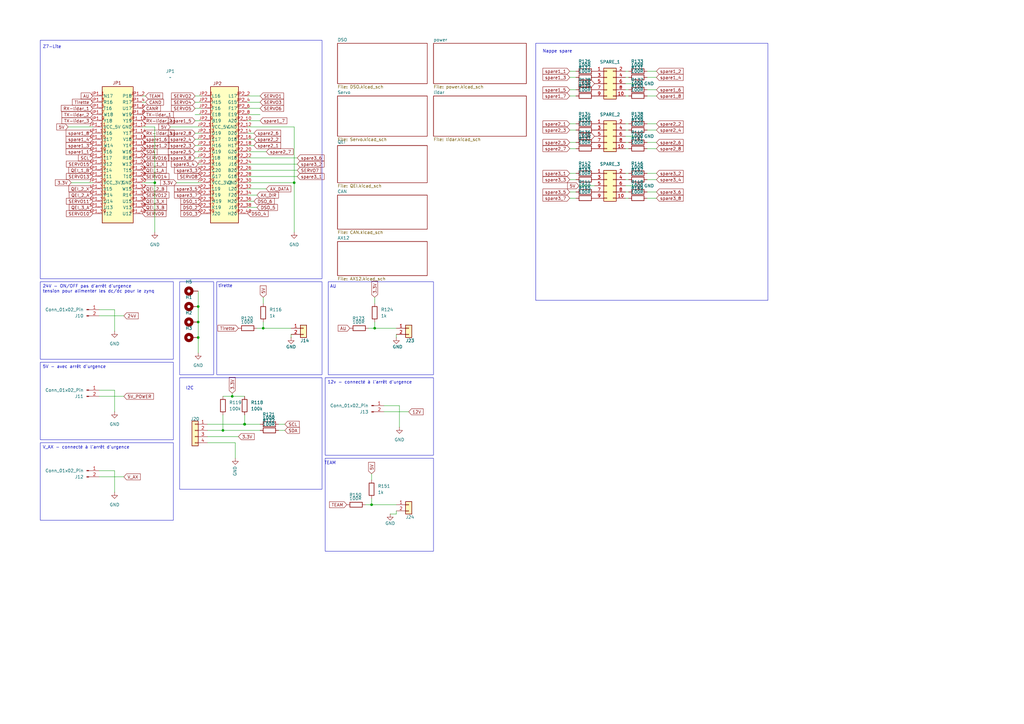
<source format=kicad_sch>
(kicad_sch (version 20231120) (generator "eeschema") (generator_version "8.0")
  (paper "A3")
  (lib_symbols
    (symbol "Connector:Conn_01x02_Pin" (pin_names (offset 1.016) hide)
      (property "Reference" "J" (at 0 2.54 0))
      (property "Value" "Conn_01x02_Pin" (at 0 -5.08 0))
      (symbol "Conn_01x02_Pin_1_1"
        (polyline (pts (xy 1.27 -2.54) (xy 0.8636 -2.54)) (stroke (width 0.1524)))
        (polyline (pts (xy 1.27 0) (xy 0.8636 0)) (stroke (width 0.1524)))
        (rectangle (start 0.8636 -2.413) (end 0 -2.667) (stroke (width 0.1524)) (fill (type outline)))
        (rectangle (start 0.8636 0.127) (end 0 -0.127) (stroke (width 0.1524)) (fill (type outline)))
        (pin passive line (at 5.08 0 180) (length 3.81) (name "Pin_1") (number "1"))
        (pin passive line (at 5.08 -2.54 180) (length 3.81) (name "Pin_2") (number "2"))
      )
    )
    (symbol "Connector_Generic:Conn_01x02" (pin_names (offset 1.016) hide)
      (property "Reference" "J" (at 0 2.54 0))
      (property "Value" "Conn_01x02" (at 0 -5.08 0))
      (symbol "Conn_01x02_1_1"
        (rectangle (start -1.27 -2.413) (end 0 -2.667) (stroke (width 0.1524)))
        (rectangle (start -1.27 0.127) (end 0 -0.127) (stroke (width 0.1524)))
        (rectangle (start -1.27 1.27) (end 1.27 -3.81) (stroke (width 0.254)) (fill (type background)))
        (pin passive line (at -5.08 0 0) (length 3.81) (name "Pin_1") (number "1"))
        (pin passive line (at -5.08 -2.54 0) (length 3.81) (name "Pin_2") (number "2"))
      )
    )
    (symbol "Connector_Generic:Conn_01x04" (pin_names (offset 1.016) hide)
      (property "Reference" "J" (at 0 5.08 0))
      (property "Value" "Conn_01x04" (at 0 -7.62 0))
      (symbol "Conn_01x04_1_1"
        (rectangle (start -1.27 -4.953) (end 0 -5.207) (stroke (width 0.1524)))
        (rectangle (start -1.27 -2.413) (end 0 -2.667) (stroke (width 0.1524)))
        (rectangle (start -1.27 0.127) (end 0 -0.127) (stroke (width 0.1524)))
        (rectangle (start -1.27 2.667) (end 0 2.413) (stroke (width 0.1524)))
        (rectangle (start -1.27 3.81) (end 1.27 -6.35) (stroke (width 0.254)) (fill (type background)))
        (pin passive line (at -5.08 2.54 0) (length 3.81) (name "Pin_1") (number "1"))
        (pin passive line (at -5.08 0 0) (length 3.81) (name "Pin_2") (number "2"))
        (pin passive line (at -5.08 -2.54 0) (length 3.81) (name "Pin_3") (number "3"))
        (pin passive line (at -5.08 -5.08 0) (length 3.81) (name "Pin_4") (number "4"))
      )
    )
    (symbol "Connector_Generic:Conn_02x05_Odd_Even" (pin_names (offset 1.016) hide)
      (property "Reference" "J" (at 1.27 7.62 0))
      (property "Value" "Conn_02x05_Odd_Even" (at 1.27 -7.62 0))
      (symbol "Conn_02x05_Odd_Even_1_1"
        (rectangle (start -1.27 -4.953) (end 0 -5.207) (stroke (width 0.1524)))
        (rectangle (start -1.27 -2.413) (end 0 -2.667) (stroke (width 0.1524)))
        (rectangle (start -1.27 0.127) (end 0 -0.127) (stroke (width 0.1524)))
        (rectangle (start -1.27 2.667) (end 0 2.413) (stroke (width 0.1524)))
        (rectangle (start -1.27 5.207) (end 0 4.953) (stroke (width 0.1524)))
        (rectangle (start -1.27 6.35) (end 3.81 -6.35) (stroke (width 0.254)) (fill (type background)))
        (rectangle (start 3.81 -4.953) (end 2.54 -5.207) (stroke (width 0.1524)))
        (rectangle (start 3.81 -2.413) (end 2.54 -2.667) (stroke (width 0.1524)))
        (rectangle (start 3.81 0.127) (end 2.54 -0.127) (stroke (width 0.1524)))
        (rectangle (start 3.81 2.667) (end 2.54 2.413) (stroke (width 0.1524)))
        (rectangle (start 3.81 5.207) (end 2.54 4.953) (stroke (width 0.1524)))
        (pin passive line (at -5.08 5.08 0) (length 3.81) (name "Pin_1") (number "1"))
        (pin passive line (at 7.62 -5.08 180) (length 3.81) (name "Pin_10") (number "10"))
        (pin passive line (at 7.62 5.08 180) (length 3.81) (name "Pin_2") (number "2"))
        (pin passive line (at -5.08 2.54 0) (length 3.81) (name "Pin_3") (number "3"))
        (pin passive line (at 7.62 2.54 180) (length 3.81) (name "Pin_4") (number "4"))
        (pin passive line (at -5.08 0 0) (length 3.81) (name "Pin_5") (number "5"))
        (pin passive line (at 7.62 0 180) (length 3.81) (name "Pin_6") (number "6"))
        (pin passive line (at -5.08 -2.54 0) (length 3.81) (name "Pin_7") (number "7"))
        (pin passive line (at 7.62 -2.54 180) (length 3.81) (name "Pin_8") (number "8"))
        (pin passive line (at -5.08 -5.08 0) (length 3.81) (name "Pin_9") (number "9"))
      )
    )
    (symbol "Device:R" (pin_numbers hide) (pin_names (offset 0))
      (property "Reference" "R" (at 2.032 0 90))
      (property "Value" "R" (at 0 0 90))
      (symbol "R_0_1"
        (rectangle (start -1.016 -2.54) (end 1.016 2.54) (stroke (width 0.254)))
      )
      (symbol "R_1_1"
        (pin passive line (at 0 3.81 270) (length 1.27) (name "~") (number "1"))
        (pin passive line (at 0 -3.81 90) (length 1.27) (name "~") (number "2"))
      )
    )
    (symbol "Mechanical:MountingHole_Pad" (pin_numbers hide) (pin_names (offset 1.016) hide) (exclude_from_sim yes) (in_bom no)
      (property "Reference" "H" (at 0 6.35 0))
      (property "Value" "MountingHole_Pad" (at 0 4.445 0))
      (symbol "MountingHole_Pad_0_1"
        (circle (center 0 1.27) (radius 1.27) (stroke (width 1.27)))
      )
      (symbol "MountingHole_Pad_1_1"
        (pin input line (at 0 -2.54 90) (length 2.54) (name "1") (number "1"))
      )
    )
    (symbol "Z7-Lite:Z7-Lite"
      (property "Reference" "JP1" (at 30.48 53.34 0))
      (property "Value" "~" (at 30.48 50.8 0))
      (symbol "Z7-Lite_1_1"
        (rectangle (start 2.54 46.99) (end 15.24 -8.89) (stroke (width 0.254)) (fill (type background)))
        (rectangle (start 46.99 46.99) (end 58.42 -8.89) (stroke (width 0.254)) (fill (type background)))
        (text "JP1\n" (at 8.636 48.514 0) (effects (font (size 1.27 1.27))))
        (text "JP2\n" (at 49.784 48.26 0) (effects (font (size 1.27 1.27))))
        (pin passive line (at -1.27 43.18 0) (length 3.81) (name "N17") (number "JP1_1"))
        (pin passive line (at 19.05 33.02 180) (length 3.81) (name "Y19") (number "JP1_10"))
        (pin passive line (at -1.27 30.48 0) (length 3.81) (name "VCC_5V") (number "JP1_11"))
        (pin passive line (at 19.05 30.48 180) (length 3.81) (name "GND") (number "JP1_12"))
        (pin passive line (at -1.27 27.94 0) (length 3.81) (name "Y16") (number "JP1_13"))
        (pin passive line (at 19.05 27.94 180) (length 3.81) (name "Y17") (number "JP1_14"))
        (pin passive line (at -1.27 25.4 0) (length 3.81) (name "V17") (number "JP1_15"))
        (pin passive line (at 19.05 25.4 180) (length 3.81) (name "V18") (number "JP1_16"))
        (pin passive line (at -1.27 22.86 0) (length 3.81) (name "W14") (number "JP1_17"))
        (pin passive line (at 19.05 22.86 180) (length 3.81) (name "Y14") (number "JP1_18"))
        (pin passive line (at -1.27 20.32 0) (length 3.81) (name "V16") (number "JP1_19"))
        (pin passive line (at 19.05 43.18 180) (length 3.81) (name "P18") (number "JP1_2"))
        (pin passive line (at 19.05 20.32 180) (length 3.81) (name "W16") (number "JP1_20"))
        (pin passive line (at -1.27 17.78 0) (length 3.81) (name "T17") (number "JP1_21"))
        (pin passive line (at 19.05 17.78 180) (length 3.81) (name "R18") (number "JP1_22"))
        (pin passive line (at -1.27 15.24 0) (length 3.81) (name "V12") (number "JP1_23"))
        (pin passive line (at 19.05 15.24 180) (length 3.81) (name "W13") (number "JP1_24"))
        (pin passive line (at -1.27 12.7 0) (length 3.81) (name "T14") (number "JP1_25"))
        (pin passive line (at 19.05 12.7 180) (length 3.81) (name "T15") (number "JP1_26"))
        (pin passive line (at -1.27 10.16 0) (length 3.81) (name "T11") (number "JP1_27"))
        (pin passive line (at 19.05 10.16 180) (length 3.81) (name "T10") (number "JP1_28"))
        (pin passive line (at -1.27 7.62 0) (length 3.81) (name "VCC_3V3") (number "JP1_29"))
        (pin passive line (at -1.27 40.64 0) (length 3.81) (name "R16") (number "JP1_3"))
        (pin passive line (at 19.05 7.62 180) (length 3.81) (name "GND") (number "JP1_30"))
        (pin passive line (at -1.27 5.08 0) (length 3.81) (name "V15") (number "JP1_31"))
        (pin passive line (at 19.05 5.08 180) (length 3.81) (name "W15") (number "JP1_32"))
        (pin passive line (at -1.27 2.54 0) (length 3.81) (name "P14") (number "JP1_33"))
        (pin passive line (at 19.05 2.54 180) (length 3.81) (name "R14") (number "JP1_34"))
        (pin passive line (at -1.27 0 0) (length 3.81) (name "U14") (number "JP1_35"))
        (pin passive line (at 19.05 0 180) (length 3.81) (name "U15") (number "JP1_36"))
        (pin passive line (at -1.27 -2.54 0) (length 3.81) (name "U13") (number "JP1_37"))
        (pin passive line (at 19.05 -2.54 180) (length 3.81) (name "V13") (number "JP1_38"))
        (pin passive line (at -1.27 -5.08 0) (length 3.81) (name "T12") (number "JP1_39"))
        (pin passive line (at 19.05 40.64 180) (length 3.81) (name "R17") (number "JP1_4"))
        (pin passive line (at 19.05 -5.08 180) (length 3.81) (name "U12") (number "JP1_40"))
        (pin passive line (at -1.27 38.1 0) (length 3.81) (name "T16") (number "JP1_5"))
        (pin passive line (at 19.05 38.1 180) (length 3.81) (name "U17") (number "JP1_6"))
        (pin passive line (at -1.27 35.56 0) (length 3.81) (name "W18") (number "JP1_7"))
        (pin passive line (at 19.05 35.56 180) (length 3.81) (name "W19") (number "JP1_8"))
        (pin passive line (at -1.27 33.02 0) (length 3.81) (name "Y18") (number "JP1_9"))
        (pin passive line (at 43.18 43.18 0) (length 3.81) (name "L16") (number "JP2_1"))
        (pin passive line (at 62.23 33.02 180) (length 3.81) (name "A20") (number "JP2_10"))
        (pin passive line (at 43.18 30.48 0) (length 3.81) (name "VCC_5V") (number "JP2_11"))
        (pin passive line (at 62.23 30.48 180) (length 3.81) (name "GND") (number "JP2_12"))
        (pin passive line (at 43.18 27.94 0) (length 3.81) (name "D19") (number "JP2_13"))
        (pin passive line (at 62.23 27.94 180) (length 3.81) (name "D20") (number "JP2_14"))
        (pin passive line (at 43.18 25.4 0) (length 3.81) (name "E17") (number "JP2_15"))
        (pin passive line (at 62.23 25.4 180) (length 3.81) (name "D18") (number "JP2_16"))
        (pin passive line (at 43.18 22.86 0) (length 3.81) (name "H16") (number "JP2_17"))
        (pin passive line (at 62.23 22.86 180) (length 3.81) (name "H17") (number "JP2_18"))
        (pin passive line (at 43.18 20.32 0) (length 3.81) (name "G19") (number "JP2_19"))
        (pin passive line (at 62.23 43.18 180) (length 3.81) (name "L17") (number "JP2_2"))
        (pin passive line (at 62.23 20.32 180) (length 3.81) (name "G20") (number "JP2_20"))
        (pin passive line (at 43.18 17.78 0) (length 3.81) (name "J18") (number "JP2_21"))
        (pin passive line (at 62.23 17.78 180) (length 3.81) (name "H18") (number "JP2_22"))
        (pin passive line (at 43.18 15.24 0) (length 3.81) (name "K16") (number "JP2_23"))
        (pin passive line (at 62.23 15.24 180) (length 3.81) (name "J16") (number "JP2_24"))
        (pin passive line (at 43.18 12.7 0) (length 3.81) (name "C20") (number "JP2_25"))
        (pin passive line (at 62.23 12.7 180) (length 3.81) (name "B20") (number "JP2_26"))
        (pin passive line (at 43.18 10.16 0) (length 3.81) (name "G17") (number "JP2_27"))
        (pin passive line (at 62.23 10.16 180) (length 3.81) (name "G18") (number "JP2_28"))
        (pin passive line (at 43.18 7.62 0) (length 3.81) (name "VCC_3V3") (number "JP2_29"))
        (pin passive line (at 43.18 40.64 0) (length 3.81) (name "H15") (number "JP2_3"))
        (pin passive line (at 62.23 7.62 180) (length 3.81) (name "GND") (number "JP2_30"))
        (pin passive line (at 43.18 5.08 0) (length 3.81) (name "L19") (number "JP2_31"))
        (pin passive line (at 62.23 5.08 180) (length 3.81) (name "L20") (number "JP2_32"))
        (pin passive line (at 43.18 2.54 0) (length 3.81) (name "F19") (number "JP2_33"))
        (pin passive line (at 62.23 2.54 180) (length 3.81) (name "F20") (number "JP2_34"))
        (pin passive line (at 43.18 0 0) (length 3.81) (name "M19") (number "JP2_35"))
        (pin passive line (at 62.23 0 180) (length 3.81) (name "M20") (number "JP2_36"))
        (pin passive line (at 43.18 -2.54 0) (length 3.81) (name "K19") (number "JP2_37"))
        (pin passive line (at 62.23 -2.54 180) (length 3.81) (name "J19") (number "JP2_38"))
        (pin passive line (at 43.18 -5.08 0) (length 3.81) (name "J20") (number "JP2_39"))
        (pin passive line (at 62.23 40.64 180) (length 3.81) (name "G15") (number "JP2_4"))
        (pin passive line (at 62.23 -5.08 180) (length 3.81) (name "H20") (number "JP2_40"))
        (pin passive line (at 43.18 38.1 0) (length 3.81) (name "F16") (number "JP2_5"))
        (pin passive line (at 62.23 38.1 180) (length 3.81) (name "F17") (number "JP2_6"))
        (pin passive line (at 43.18 35.56 0) (length 3.81) (name "E18") (number "JP2_7"))
        (pin passive line (at 62.23 35.56 180) (length 3.81) (name "E19") (number "JP2_8"))
        (pin passive line (at 43.18 33.02 0) (length 3.81) (name "B19") (number "JP2_9"))
      )
    )
    (symbol "power:GND" (power) (pin_numbers hide) (pin_names (offset 0) hide)
      (property "Value" "GND" (at 0 -3.81 0))
      (symbol "GND_0_1"
        (polyline (pts (xy 0 0) (xy 0 -1.27) (xy 1.27 -1.27) (xy 0 -2.54) (xy -1.27 -1.27) (xy 0 -1.27)))
      )
      (symbol "GND_1_1"
        (pin power_in line (at 0 0 270) (length 0) (name "~") (number "1"))
      )
    )
  )
  (junction (at 153.67 134.62))
  (junction (at 152.4 207.01))
  (junction (at 120.65 74.93))
  (junction (at 81.28 125.73))
  (junction (at 81.28 138.43))
  (junction (at 107.95 134.62))
  (junction (at 95.25 162.56))
  (junction (at 63.5 74.93))
  (junction (at 91.44 176.53))
  (junction (at 81.28 132.08))
  (junction (at 100.33 173.99) (diameter 1.016))
  (wire (pts (xy 105.41 85.09) (xy 101.6 85.09)))
  (wire (pts (xy 107.95 132.08) (xy 107.95 134.62)))
  (wire (pts (xy 162.56 138.43) (xy 162.56 137.16)))
  (wire (pts (xy 233.68 50.8) (xy 236.22 50.8)))
  (wire (pts (xy 63.5 52.07) (xy 63.5 74.93)))
  (wire (pts (xy 152.4 207.01) (xy 149.86 207.01)))
  (wire (pts (xy 257.81 58.42) (xy 256.54 58.42)))
  (wire (pts (xy 152.4 207.01) (xy 162.56 207.01)))
  (wire (pts (xy 257.81 39.37) (xy 256.54 39.37)))
  (wire (pts (xy 163.83 166.37) (xy 157.48 166.37)))
  (wire (pts (xy 27.94 52.07) (xy 38.1 52.07)))
  (wire (pts (xy 269.24 73.66) (xy 265.43 73.66)))
  (wire (pts (xy 109.22 77.47) (xy 101.6 77.47)))
  (wire (pts (xy 106.68 44.45) (xy 101.6 44.45)))
  (wire (pts (xy 100.33 170.18) (xy 100.33 173.99)))
  (wire (pts (xy 72.39 74.93) (xy 82.55 74.93)))
  (wire (pts (xy 85.09 176.53) (xy 91.44 176.53)))
  (wire (pts (xy 80.01 46.99) (xy 82.55 46.99)))
  (wire (pts (xy 107.95 134.62) (xy 105.41 134.62)))
  (wire (pts (xy 167.64 168.91) (xy 157.48 168.91)))
  (wire (pts (xy 96.52 187.96) (xy 96.52 181.61)))
  (wire (pts (xy 101.6 62.23) (xy 109.22 62.23)))
  (wire (pts (xy 120.65 74.93) (xy 120.65 95.25)))
  (wire (pts (xy 80.01 57.15) (xy 82.55 57.15)))
  (wire (pts (xy 85.09 179.07) (xy 97.79 179.07)))
  (wire (pts (xy 257.81 60.96) (xy 256.54 60.96)))
  (wire (pts (xy 50.8 162.56) (xy 40.64 162.56)))
  (wire (pts (xy 233.68 36.83) (xy 236.22 36.83)))
  (wire (pts (xy 91.44 176.53) (xy 106.68 176.53)))
  (wire (pts (xy 96.52 181.61) (xy 85.09 181.61)))
  (wire (pts (xy 257.81 73.66) (xy 256.54 73.66)))
  (wire (pts (xy 257.81 31.75) (xy 256.54 31.75)))
  (wire (pts (xy 233.68 71.12) (xy 236.22 71.12)))
  (wire (pts (xy 59.69 39.37) (xy 58.42 39.37)))
  (wire (pts (xy 121.92 67.31) (xy 101.6 67.31)))
  (wire (pts (xy 59.69 41.91) (xy 58.42 41.91)))
  (wire (pts (xy 256.54 55.88) (xy 260.35 55.88)))
  (wire (pts (xy 269.24 39.37) (xy 265.43 39.37)))
  (wire (pts (xy 269.24 36.83) (xy 265.43 36.83)))
  (wire (pts (xy 80.01 64.77) (xy 82.55 64.77)))
  (wire (pts (xy 233.68 58.42) (xy 236.22 58.42)))
  (wire (pts (xy 80.01 54.61) (xy 82.55 54.61)))
  (wire (pts (xy 80.01 49.53) (xy 82.55 49.53)))
  (wire (pts (xy 121.92 69.85) (xy 101.6 69.85)))
  (wire (pts (xy 81.28 119.38) (xy 81.28 125.73)))
  (wire (pts (xy 50.8 129.54) (xy 40.64 129.54)))
  (wire (pts (xy 233.68 78.74) (xy 236.22 78.74)))
  (wire (pts (xy 107.95 121.92) (xy 107.95 124.46)))
  (wire (pts (xy 80.01 41.91) (xy 82.55 41.91)))
  (wire (pts (xy 257.81 53.34) (xy 256.54 53.34)))
  (wire (pts (xy 95.25 161.29) (xy 95.25 162.56)))
  (wire (pts (xy 233.68 31.75) (xy 236.22 31.75)))
  (wire (pts (xy 106.68 39.37) (xy 101.6 39.37)))
  (wire (pts (xy 152.4 204.47) (xy 152.4 207.01)))
  (wire (pts (xy 106.68 41.91) (xy 101.6 41.91)))
  (wire (pts (xy 269.24 53.34) (xy 265.43 53.34)))
  (wire (pts (xy 119.38 138.43) (xy 119.38 137.16)))
  (wire (pts (xy 46.99 201.93) (xy 46.99 193.04)))
  (wire (pts (xy 69.85 52.07) (xy 82.55 52.07)))
  (wire (pts (xy 237.49 76.2) (xy 243.84 76.2)))
  (wire (pts (xy 81.28 67.31) (xy 82.55 67.31)))
  (wire (pts (xy 58.42 74.93) (xy 63.5 74.93)))
  (wire (pts (xy 80.01 39.37) (xy 82.55 39.37)))
  (wire (pts (xy 107.95 134.62) (xy 119.38 134.62)))
  (wire (pts (xy 81.28 132.08) (xy 81.28 138.43)))
  (wire (pts (xy 256.54 76.2) (xy 260.35 76.2)))
  (wire (pts (xy 233.68 39.37) (xy 236.22 39.37)))
  (wire (pts (xy 29.21 74.93) (xy 38.1 74.93)))
  (wire (pts (xy 269.24 81.28) (xy 265.43 81.28)))
  (wire (pts (xy 269.24 78.74) (xy 265.43 78.74)))
  (wire (pts (xy 101.6 74.93) (xy 120.65 74.93)))
  (wire (pts (xy 114.3 173.99) (xy 116.84 173.99)))
  (wire (pts (xy 101.6 52.07) (xy 120.65 52.07)))
  (wire (pts (xy 114.3 176.53) (xy 116.84 176.53)))
  (wire (pts (xy 152.4 194.31) (xy 152.4 196.85)))
  (wire (pts (xy 257.81 78.74) (xy 256.54 78.74)))
  (wire (pts (xy 104.14 54.61) (xy 101.6 54.61)))
  (wire (pts (xy 80.01 59.69) (xy 82.55 59.69)))
  (wire (pts (xy 269.24 50.8) (xy 265.43 50.8)))
  (wire (pts (xy 95.25 162.56) (xy 100.33 162.56)))
  (wire (pts (xy 269.24 31.75) (xy 265.43 31.75)))
  (wire (pts (xy 46.99 127) (xy 40.64 127)))
  (wire (pts (xy 106.68 46.99) (xy 101.6 46.99)))
  (wire (pts (xy 257.81 29.21) (xy 256.54 29.21)))
  (wire (pts (xy 80.01 62.23) (xy 82.55 62.23)))
  (wire (pts (xy 269.24 58.42) (xy 265.43 58.42)))
  (wire (pts (xy 257.81 71.12) (xy 256.54 71.12)))
  (wire (pts (xy 121.92 64.77) (xy 101.6 64.77)))
  (wire (pts (xy 257.81 50.8) (xy 256.54 50.8)))
  (wire (pts (xy 153.67 121.92) (xy 153.67 124.46)))
  (wire (pts (xy 80.01 44.45) (xy 82.55 44.45)))
  (wire (pts (xy 81.28 125.73) (xy 81.28 132.08)))
  (wire (pts (xy 153.67 134.62) (xy 162.56 134.62)))
  (wire (pts (xy 233.68 81.28) (xy 236.22 81.28)))
  (wire (pts (xy 46.99 168.91) (xy 46.99 160.02)))
  (wire (pts (xy 257.81 81.28) (xy 256.54 81.28)))
  (wire (pts (xy 269.24 29.21) (xy 265.43 29.21)))
  (wire (pts (xy 233.68 29.21) (xy 236.22 29.21)))
  (wire (pts (xy 269.24 71.12) (xy 265.43 71.12)))
  (wire (pts (xy 162.56 210.82) (xy 160.02 210.82)))
  (wire (pts (xy 256.54 34.29) (xy 260.35 34.29)))
  (wire (pts (xy 233.68 60.96) (xy 236.22 60.96)))
  (wire (pts (xy 104.14 59.69) (xy 101.6 59.69)))
  (wire (pts (xy 269.24 60.96) (xy 265.43 60.96)))
  (wire (pts (xy 153.67 134.62) (xy 151.13 134.62)))
  (wire (pts (xy 120.65 52.07) (xy 120.65 74.93)))
  (wire (pts (xy 162.56 210.82) (xy 162.56 209.55)))
  (wire (pts (xy 46.99 160.02) (xy 40.64 160.02)))
  (wire (pts (xy 104.14 57.15) (xy 101.6 57.15)))
  (wire (pts (xy 91.44 170.18) (xy 91.44 176.53)))
  (wire (pts (xy 121.92 72.39) (xy 101.6 72.39)))
  (wire (pts (xy 153.67 132.08) (xy 153.67 134.62)))
  (wire (pts (xy 46.99 135.89) (xy 46.99 127)))
  (wire (pts (xy 104.14 82.55) (xy 101.6 82.55)))
  (wire (pts (xy 257.81 36.83) (xy 256.54 36.83)))
  (wire (pts (xy 105.41 80.01) (xy 101.6 80.01)))
  (wire (pts (xy 85.09 173.99) (xy 100.33 173.99)))
  (wire (pts (xy 100.33 173.99) (xy 106.68 173.99)))
  (wire (pts (xy 50.8 195.58) (xy 40.64 195.58)))
  (wire (pts (xy 233.68 53.34) (xy 236.22 53.34)))
  (wire (pts (xy 58.42 52.07) (xy 63.5 52.07)))
  (wire (pts (xy 233.68 73.66) (xy 236.22 73.66)))
  (wire (pts (xy 46.99 193.04) (xy 40.64 193.04)))
  (wire (pts (xy 81.28 138.43) (xy 81.28 144.78)))
  (wire (pts (xy 63.5 74.93) (xy 63.5 95.25)))
  (wire (pts (xy 163.83 175.26) (xy 163.83 166.37)))
  (wire (pts (xy 106.68 49.53) (xy 101.6 49.53)))
  (wire (pts (xy 91.44 162.56) (xy 95.25 162.56)))
  (rectangle (start 73.66 154.94) (end 132.08 200.66))
  (rectangle (start 16.51 16.51) (end 132.08 114.3))
  (rectangle (start 219.71 17.78) (end 314.96 123.19))
  (rectangle (start 88.9 115.57) (end 132.08 153.67))
  (rectangle (start 134.62 115.57) (end 177.8 153.67))
  (rectangle (start 73.66 115.57) (end 87.63 153.67))
  (rectangle (start 133.35 187.96) (end 177.8 226.06))
  (text_box "12v - connecté à l'arrêt d'urgence" (at 133.35 154.94 0) (size 44.45 31.75) (effects (font (size 1.27 1.27)) (justify left top)))
  (text_box "V_AX - connecté à l'arrêt d'urgence" (at 16.51 181.61 0) (size 54.61 31.75) (effects (font (size 1.27 1.27)) (justify left top)))
  (text_box "24V - ON/OFF pas d'arrêt d'urgence\ntension pour alimenter les dc/dc pour le zynq" (at 16.51 115.57 0) (size 54.61 31.75) (effects (font (size 1.27 1.27)) (justify left top)))
  (text_box "5V - avec arrêt d'urgence" (at 16.51 148.59 0) (size 54.61 31.75) (effects (font (size 1.27 1.27)) (justify left top)))
  (text "TEAM\n" (at 135.382 189.992 0) (effects (font (size 1.27 1.27))))
  (text "Z7-Lite" (at 21.336 19.304 0) (effects (font (size 1.27 1.27))))
  (text "Nappe spare" (at 222.504 21.844 0) (effects (font (size 1.27 1.27)) (justify left bottom)))
  (text "AU" (at 136.652 117.602 0) (effects (font (size 1.27 1.27))))
  (text "tirette\n" (at 92.456 117.348 0) (effects (font (size 1.27 1.27))))
  (text "I2C" (at 76.2 160.02 0) (effects (font (size 1.27 1.27)) (justify left bottom)))
  (global_label "spare3_3" (shape input) (at 82.55 69.85 180) (property "Intersheetrefs" "${INTERSHEET_REFS}" (effects (hide yes))))
  (global_label "QEI_1_A" (shape input) (at 58.42 69.85 0) (property "Intersheetrefs" "${INTERSHEET_REFS}" (effects (hide yes))))
  (global_label "spare3_8" (shape input) (at 269.24 81.28 0) (property "Intersheetrefs" "${INTERSHEET_REFS}" (effects (hide yes))))
  (global_label "3.3V" (shape input) (at 153.67 121.92 90) (property "Intersheetrefs" "${INTERSHEET_REFS}" (effects (hide yes))))
  (global_label "SERVO4" (shape input) (at 80.01 41.91 180) (property "Intersheetrefs" "${INTERSHEET_REFS}" (effects (hide yes))))
  (global_label "spare3_7" (shape input) (at 233.68 81.28 180) (property "Intersheetrefs" "${INTERSHEET_REFS}" (effects (hide yes))))
  (global_label "QEI_3_B" (shape input) (at 58.42 85.09 0) (property "Intersheetrefs" "${INTERSHEET_REFS}" (effects (hide yes))))
  (global_label "spare1_7" (shape input) (at 233.68 39.37 180) (property "Intersheetrefs" "${INTERSHEET_REFS}" (effects (hide yes))))
  (global_label "AX_DATA" (shape input) (at 109.22 77.47 0) (property "Intersheetrefs" "${INTERSHEET_REFS}" (effects (hide yes))))
  (global_label "AU" (shape input) (at 143.51 134.62 180) (property "Intersheetrefs" "${INTERSHEET_REFS}" (effects (hide yes))))
  (global_label "Tirette" (shape input) (at 38.1 41.91 180) (property "Intersheetrefs" "${INTERSHEET_REFS}" (effects (hide yes))))
  (global_label "spare1_4" (shape input) (at 269.24 31.75 0) (property "Intersheetrefs" "${INTERSHEET_REFS}" (effects (hide yes))))
  (global_label "spare2_7" (shape input) (at 233.68 60.96 180) (property "Intersheetrefs" "${INTERSHEET_REFS}" (effects (hide yes))))
  (global_label "3.3V" (shape input) (at 97.79 179.07 0) (property "Intersheetrefs" "${INTERSHEET_REFS}" (effects (hide yes))))
  (global_label "3.3V" (shape input) (at 29.21 74.93 180) (property "Intersheetrefs" "${INTERSHEET_REFS}" (effects (hide yes))))
  (global_label "SERVO1" (shape input) (at 106.68 39.37 0) (property "Intersheetrefs" "${INTERSHEET_REFS}" (effects (hide yes))))
  (global_label "SDA" (shape input) (at 58.42 62.23 0) (property "Intersheetrefs" "${INTERSHEET_REFS}" (effects (hide yes))))
  (global_label "RX-lidar_3" (shape input) (at 58.42 54.61 0) (property "Intersheetrefs" "${INTERSHEET_REFS}" (effects (hide yes))))
  (global_label "3.3V" (shape input) (at 243.84 55.88 180) (property "Intersheetrefs" "${INTERSHEET_REFS}" (effects (hide yes))))
  (global_label "spare2_1" (shape input) (at 233.68 50.8 180) (property "Intersheetrefs" "${INTERSHEET_REFS}" (effects (hide yes))))
  (global_label "spare1_6" (shape input) (at 269.24 36.83 0) (property "Intersheetrefs" "${INTERSHEET_REFS}" (effects (hide yes))))
  (global_label "spare1_4" (shape input) (at 38.1 57.15 180) (property "Intersheetrefs" "${INTERSHEET_REFS}" (effects (hide yes))))
  (global_label "spare1_8" (shape input) (at 269.24 39.37 0) (property "Intersheetrefs" "${INTERSHEET_REFS}" (effects (hide yes))))
  (global_label "spare2_6" (shape input) (at 269.24 58.42 0) (property "Intersheetrefs" "${INTERSHEET_REFS}" (effects (hide yes))))
  (global_label "DSO_4" (shape input) (at 101.6 87.63 0) (property "Intersheetrefs" "${INTERSHEET_REFS}" (effects (hide yes))))
  (global_label "spare3_3" (shape input) (at 233.68 73.66 180) (property "Intersheetrefs" "${INTERSHEET_REFS}" (effects (hide yes))))
  (global_label "spare3_1" (shape input) (at 233.68 71.12 180) (property "Intersheetrefs" "${INTERSHEET_REFS}" (effects (hide yes))))
  (global_label "5V" (shape input) (at 107.95 121.92 90) (property "Intersheetrefs" "${INTERSHEET_REFS}" (effects (hide yes))))
  (global_label "spare1_1" (shape input) (at 233.68 29.21 180) (property "Intersheetrefs" "${INTERSHEET_REFS}" (effects (hide yes))))
  (global_label "spare3_4" (shape input) (at 81.28 67.31 180) (property "Intersheetrefs" "${INTERSHEET_REFS}" (effects (hide yes))))
  (global_label "SERVO7" (shape input) (at 121.92 69.85 0) (property "Intersheetrefs" "${INTERSHEET_REFS}" (effects (hide yes))))
  (global_label "spare2_4" (shape input) (at 269.24 53.34 0) (property "Intersheetrefs" "${INTERSHEET_REFS}" (effects (hide yes))))
  (global_label "12V" (shape input) (at 167.64 168.91 0) (property "Intersheetrefs" "${INTERSHEET_REFS}" (effects (hide yes))))
  (global_label "QEI_3_X" (shape input) (at 58.42 82.55 0) (property "Intersheetrefs" "${INTERSHEET_REFS}" (effects (hide yes))))
  (global_label "DSO_1" (shape input) (at 82.55 82.55 180) (property "Intersheetrefs" "${INTERSHEET_REFS}" (effects (hide yes))))
  (global_label "QEI_1_X" (shape input) (at 58.42 67.31 0) (property "Intersheetrefs" "${INTERSHEET_REFS}" (effects (hide yes))))
  (global_label "3.3V" (shape input) (at 72.39 74.93 180) (property "Intersheetrefs" "${INTERSHEET_REFS}" (effects (hide yes))))
  (global_label "TX-lidar_3" (shape input) (at 38.1 49.53 180) (property "Intersheetrefs" "${INTERSHEET_REFS}" (effects (hide yes))))
  (global_label "SCL" (shape input) (at 38.1 64.77 180) (property "Intersheetrefs" "${INTERSHEET_REFS}" (effects (hide yes))))
  (global_label "SERVO15" (shape input) (at 38.1 67.31 180) (property "Intersheetrefs" "${INTERSHEET_REFS}" (effects (hide yes))))
  (global_label "spare1_3" (shape input) (at 38.1 59.69 180) (property "Intersheetrefs" "${INTERSHEET_REFS}" (effects (hide yes))))
  (global_label "spare2_4" (shape input) (at 80.01 57.15 180) (property "Intersheetrefs" "${INTERSHEET_REFS}" (effects (hide yes))))
  (global_label "CANR" (shape input) (at 58.42 44.45 0) (property "Intersheetrefs" "${INTERSHEET_REFS}" (effects (hide yes))))
  (global_label "spare1_1" (shape input) (at 38.1 62.23 180) (property "Intersheetrefs" "${INTERSHEET_REFS}" (effects (hide yes))))
  (global_label "5V" (shape input) (at 69.85 52.07 180) (property "Intersheetrefs" "${INTERSHEET_REFS}" (effects (hide yes))))
  (global_label "SERVO11" (shape input) (at 38.1 82.55 180) (property "Intersheetrefs" "${INTERSHEET_REFS}" (effects (hide yes))))
  (global_label "SERVO12" (shape input) (at 58.42 80.01 0) (property "Intersheetrefs" "${INTERSHEET_REFS}" (effects (hide yes))))
  (global_label "3.3V" (shape input) (at 243.84 34.29 180) (property "Intersheetrefs" "${INTERSHEET_REFS}" (effects (hide yes))))
  (global_label "spare3_7" (shape input) (at 82.55 80.01 180) (property "Intersheetrefs" "${INTERSHEET_REFS}" (effects (hide yes))))
  (global_label "3.3V" (shape input) (at 95.25 161.29 90) (property "Intersheetrefs" "${INTERSHEET_REFS}" (effects (hide yes))))
  (global_label "AX_DIR" (shape input) (at 105.41 80.01 0) (property "Intersheetrefs" "${INTERSHEET_REFS}" (effects (hide yes))))
  (global_label "SERVO8" (shape input) (at 82.55 72.39 180) (property "Intersheetrefs" "${INTERSHEET_REFS}" (effects (hide yes))))
  (global_label "spare1_2" (shape input) (at 58.42 59.69 0) (property "Intersheetrefs" "${INTERSHEET_REFS}" (effects (hide yes))))
  (global_label "DSO_6" (shape input) (at 104.14 82.55 0) (property "Intersheetrefs" "${INTERSHEET_REFS}" (effects (hide yes))))
  (global_label "spare2_5" (shape input) (at 233.68 58.42 180) (property "Intersheetrefs" "${INTERSHEET_REFS}" (effects (hide yes))))
  (global_label "SERVO9" (shape input) (at 58.42 87.63 0) (property "Intersheetrefs" "${INTERSHEET_REFS}" (effects (hide yes))))
  (global_label "SERVO13" (shape input) (at 38.1 72.39 180) (property "Intersheetrefs" "${INTERSHEET_REFS}" (effects (hide yes))))
  (global_label "spare1_5" (shape input) (at 233.68 36.83 180) (property "Intersheetrefs" "${INTERSHEET_REFS}" (effects (hide yes))))
  (global_label "SERVO5" (shape input) (at 80.01 44.45 180) (property "Intersheetrefs" "${INTERSHEET_REFS}" (effects (hide yes))))
  (global_label "RX-lidar_1" (shape input) (at 38.1 44.45 180) (property "Intersheetrefs" "${INTERSHEET_REFS}" (effects (hide yes))))
  (global_label "spare2_3" (shape input) (at 80.01 59.69 180) (property "Intersheetrefs" "${INTERSHEET_REFS}" (effects (hide yes))))
  (global_label "SERVO16" (shape input) (at 58.42 64.77 0) (property "Intersheetrefs" "${INTERSHEET_REFS}" (effects (hide yes))))
  (global_label "spare1_7" (shape input) (at 106.68 49.53 0) (property "Intersheetrefs" "${INTERSHEET_REFS}" (effects (hide yes))))
  (global_label "SERVO6" (shape input) (at 106.68 44.45 0) (property "Intersheetrefs" "${INTERSHEET_REFS}" (effects (hide yes))))
  (global_label "spare2_6" (shape input) (at 104.14 54.61 0) (property "Intersheetrefs" "${INTERSHEET_REFS}" (effects (hide yes))))
  (global_label "V_AX" (shape input) (at 50.8 195.58 0) (property "Intersheetrefs" "${INTERSHEET_REFS}" (effects (hide yes))))
  (global_label "Tirette" (shape input) (at 97.79 134.62 180) (property "Intersheetrefs" "${INTERSHEET_REFS}" (effects (hide yes))))
  (global_label "spare2_2" (shape input) (at 104.14 57.15 0) (property "Intersheetrefs" "${INTERSHEET_REFS}" (effects (hide yes))))
  (global_label "spare2_1" (shape input) (at 104.14 59.69 0) (property "Intersheetrefs" "${INTERSHEET_REFS}" (effects (hide yes))))
  (global_label "RX-lidar_2" (shape input) (at 58.42 49.53 0) (property "Intersheetrefs" "${INTERSHEET_REFS}" (effects (hide yes))))
  (global_label "spare2_3" (shape input) (at 233.68 53.34 180) (property "Intersheetrefs" "${INTERSHEET_REFS}" (effects (hide yes))))
  (global_label "spare1_2" (shape input) (at 269.24 29.21 0) (property "Intersheetrefs" "${INTERSHEET_REFS}" (effects (hide yes))))
  (global_label "spare2_5" (shape input) (at 80.01 62.23 180) (property "Intersheetrefs" "${INTERSHEET_REFS}" (effects (hide yes))))
  (global_label "spare1_8" (shape input) (at 38.1 54.61 180) (property "Intersheetrefs" "${INTERSHEET_REFS}" (effects (hide yes))))
  (global_label "QEI_2_X" (shape input) (at 38.1 77.47 180) (property "Intersheetrefs" "${INTERSHEET_REFS}" (effects (hide yes))))
  (global_label "TX-lidar_1" (shape input) (at 58.42 46.99 0) (property "Intersheetrefs" "${INTERSHEET_REFS}" (effects (hide yes))))
  (global_label "spare3_5" (shape input) (at 82.55 77.47 180) (property "Intersheetrefs" "${INTERSHEET_REFS}" (effects (hide yes))))
  (global_label "spare3_5" (shape input) (at 233.68 78.74 180) (property "Intersheetrefs" "${INTERSHEET_REFS}" (effects (hide yes))))
  (global_label "QEI_3_A" (shape input) (at 38.1 85.09 180) (property "Intersheetrefs" "${INTERSHEET_REFS}" (effects (hide yes))))
  (global_label "SERVO10" (shape input) (at 38.1 87.63 180) (property "Intersheetrefs" "${INTERSHEET_REFS}" (effects (hide yes))))
  (global_label "SERVO3" (shape input) (at 106.68 41.91 0) (property "Intersheetrefs" "${INTERSHEET_REFS}" (effects (hide yes))))
  (global_label "DSO_3" (shape input) (at 82.55 87.63 180) (property "Intersheetrefs" "${INTERSHEET_REFS}" (effects (hide yes))))
  (global_label "5V_POWER" (shape input) (at 50.8 162.56 0) (property "Intersheetrefs" "${INTERSHEET_REFS}" (effects (hide yes))))
  (global_label "spare2_2" (shape input) (at 269.24 50.8 0) (property "Intersheetrefs" "${INTERSHEET_REFS}" (effects (hide yes))))
  (global_label "SDA" (shape input) (at 116.84 176.53 0) (property "Intersheetrefs" "${INTERSHEET_REFS}" (effects (hide yes))))
  (global_label "spare1_5" (shape input) (at 80.01 49.53 180) (property "Intersheetrefs" "${INTERSHEET_REFS}" (effects (hide yes))))
  (global_label "spare3_6" (shape input) (at 269.24 78.74 0) (property "Intersheetrefs" "${INTERSHEET_REFS}" (effects (hide yes))))
  (global_label "spare3_6" (shape input) (at 121.92 64.77 0) (property "Intersheetrefs" "${INTERSHEET_REFS}" (effects (hide yes))))
  (global_label "spare3_2" (shape input) (at 121.92 67.31 0) (property "Intersheetrefs" "${INTERSHEET_REFS}" (effects (hide yes))))
  (global_label "5V" (shape input) (at 27.94 52.07 180) (property "Intersheetrefs" "${INTERSHEET_REFS}" (effects (hide yes))))
  (global_label "5V" (shape input) (at 152.4 194.31 90) (property "Intersheetrefs" "${INTERSHEET_REFS}" (effects (hide yes))))
  (global_label "spare1_6" (shape input) (at 58.42 57.15 0) (property "Intersheetrefs" "${INTERSHEET_REFS}" (effects (hide yes))))
  (global_label "TX-lidar_2" (shape input) (at 38.1 46.99 180) (property "Intersheetrefs" "${INTERSHEET_REFS}" (effects (hide yes))))
  (global_label "SERVO14" (shape input) (at 58.42 72.39 0) (property "Intersheetrefs" "${INTERSHEET_REFS}" (effects (hide yes))))
  (global_label "TEAM" (shape input) (at 142.24 207.01 180) (property "Intersheetrefs" "${INTERSHEET_REFS}" (effects (hide yes))))
  (global_label "spare3_2" (shape input) (at 269.24 71.12 0) (property "Intersheetrefs" "${INTERSHEET_REFS}" (effects (hide yes))))
  (global_label "SCL" (shape input) (at 116.84 173.99 0) (property "Intersheetrefs" "${INTERSHEET_REFS}" (effects (hide yes))))
  (global_label "CAND" (shape input) (at 59.69 41.91 0) (property "Intersheetrefs" "${INTERSHEET_REFS}" (effects (hide yes))))
  (global_label "SERVO2" (shape input) (at 80.01 39.37 180) (property "Intersheetrefs" "${INTERSHEET_REFS}" (effects (hide yes))))
  (global_label "spare2_8" (shape input) (at 269.24 60.96 0) (property "Intersheetrefs" "${INTERSHEET_REFS}" (effects (hide yes))))
  (global_label "spare3_4" (shape input) (at 269.24 73.66 0) (property "Intersheetrefs" "${INTERSHEET_REFS}" (effects (hide yes))))
  (global_label "spare2_8" (shape input) (at 80.01 54.61 180) (property "Intersheetrefs" "${INTERSHEET_REFS}" (effects (hide yes))))
  (global_label "QEI_2_A" (shape input) (at 38.1 80.01 180) (property "Intersheetrefs" "${INTERSHEET_REFS}" (effects (hide yes))))
  (global_label "5V" (shape input) (at 237.49 76.2 180) (property "Intersheetrefs" "${INTERSHEET_REFS}" (effects (hide yes))))
  (global_label "24V" (shape input) (at 50.8 129.54 0) (property "Intersheetrefs" "${INTERSHEET_REFS}" (effects (hide yes))))
  (global_label "DSO_5" (shape input) (at 105.41 85.09 0) (property "Intersheetrefs" "${INTERSHEET_REFS}" (effects (hide yes))))
  (global_label "spare2_7" (shape input) (at 109.22 62.23 0) (property "Intersheetrefs" "${INTERSHEET_REFS}" (effects (hide yes))))
  (global_label "spare1_3" (shape input) (at 233.68 31.75 180) (property "Intersheetrefs" "${INTERSHEET_REFS}" (effects (hide yes))))
  (global_label "spare3_1" (shape input) (at 121.92 72.39 0) (property "Intersheetrefs" "${INTERSHEET_REFS}" (effects (hide yes))))
  (global_label "QEI_1_B" (shape input) (at 38.1 69.85 180) (property "Intersheetrefs" "${INTERSHEET_REFS}" (effects (hide yes))))
  (global_label "DSO_2" (shape input) (at 82.55 85.09 180) (property "Intersheetrefs" "${INTERSHEET_REFS}" (effects (hide yes))))
  (global_label "TEAM" (shape input) (at 59.69 39.37 0) (property "Intersheetrefs" "${INTERSHEET_REFS}" (effects (hide yes))))
  (global_label "spare3_8" (shape input) (at 80.01 64.77 180) (property "Intersheetrefs" "${INTERSHEET_REFS}" (effects (hide yes))))
  (global_label "AU" (shape input) (at 38.1 39.37 180) (property "Intersheetrefs" "${INTERSHEET_REFS}" (effects (hide yes))))
  (global_label "QEI_2_B" (shape input) (at 58.42 77.47 0) (property "Intersheetrefs" "${INTERSHEET_REFS}" (effects (hide yes))))
  (symbol (lib_id "Connector_Generic:Conn_01x04") (at 80.01 176.53 0) (mirror y) (unit 1)
    (property "Reference" "J20" (at 81.7879 171.8115 0) (effects (justify left)))
    (property "Value" "Conn_01x04" (effects (hide yes)))
    (property "Footprint" "Connector_Molex:Molex_KK-254_AE-6410-04A_1x04_P2.54mm_Vertical" (effects (hide yes)))
  )
  (symbol (lib_id "power:GND") (at 96.52 187.96 0) (unit 1)
    (property "Reference" "#PWR018" (effects (hide yes)))
    (property "Value" "GND" (at 96.3776 193.2264 90))
  )
  (symbol (lib_id "Connector_Generic:Conn_01x02") (at 167.64 134.62 0) (unit 1)
    (property "Reference" "J23" (at 166.37 139.7 0) (effects (justify left)))
    (property "Value" "Conn_01x02" (effects (hide yes)))
    (property "Footprint" "Connector_Molex:Molex_KK-254_AE-6410-02A_1x02_P2.54mm_Vertical" (effects (hide yes)))
  )
  (symbol (lib_id "Connector:Conn_01x02_Pin") (at 35.56 160.02 0) (unit 1)
    (property "Reference" "J11" (at 34.29 162.5601 0) (effects (justify right)))
    (property "Value" "Conn_01x02_Pin" (at 34.29 160.0201 0) (effects (justify right)))
    (property "Footprint" "Connector_AMASS:AMASS_XT30U-F_1x02_P5.0mm_Vertical" (effects (hide yes)))
    (property "Description" "Generic connector, single row, 01x02, script generated" (effects (hide yes)))
  )
  (symbol (lib_id "Connector:Conn_01x02_Pin") (at 35.56 193.04 0) (unit 1)
    (property "Reference" "J12" (at 34.29 195.5801 0) (effects (justify right)))
    (property "Value" "Conn_01x02_Pin" (at 34.29 193.0401 0) (effects (justify right)))
    (property "Footprint" "Connector_AMASS:AMASS_XT30U-F_1x02_P5.0mm_Vertical" (effects (hide yes)))
    (property "Description" "Generic connector, single row, 01x02, script generated" (effects (hide yes)))
  )
  (symbol (lib_id "Connector_Generic:Conn_01x02") (at 124.46 134.62 0) (unit 1)
    (property "Reference" "J14" (at 123.19 139.7 0) (effects (justify left)))
    (property "Value" "Conn_01x02" (effects (hide yes)))
    (property "Footprint" "Connector_Molex:Molex_KK-254_AE-6410-02A_1x02_P2.54mm_Vertical" (effects (hide yes)))
  )
  (symbol (lib_id "Device:R") (at 261.62 58.42 90) (unit 1)
    (property "Reference" "R140" (at 261.366 54.356 90))
    (property "Value" "100R" (at 261.366 55.88 90))
    (property "Footprint" "Capacitor_SMD:C_0402_1005Metric" (effects (hide yes)))
    (property "Description" "Resistor" (effects (hide yes)))
  )
  (symbol (lib_id "Connector:Conn_01x02_Pin") (at 152.4 166.37 0) (unit 1)
    (property "Reference" "J13" (at 151.13 168.9101 0) (effects (justify right)))
    (property "Value" "Conn_01x02_Pin" (at 151.13 166.3701 0) (effects (justify right)))
    (property "Footprint" "Connector_AMASS:AMASS_XT30U-F_1x02_P5.0mm_Vertical" (effects (hide yes)))
    (property "Description" "Generic connector, single row, 01x02, script generated" (effects (hide yes)))
  )
  (symbol (lib_id "Device:R") (at 261.62 81.28 90) (unit 1)
    (property "Reference" "R149" (at 261.366 77.216 90))
    (property "Value" "100R" (at 261.366 78.74 90))
    (property "Footprint" "Capacitor_SMD:C_0402_1005Metric" (effects (hide yes)))
    (property "Description" "Resistor" (effects (hide yes)))
  )
  (symbol (lib_id "Device:R") (at 240.03 31.75 90) (unit 1)
    (property "Reference" "R127" (at 239.776 27.686 90))
    (property "Value" "100R" (at 239.776 29.21 90))
    (property "Footprint" "Capacitor_SMD:C_0402_1005Metric" (effects (hide yes)))
    (property "Description" "Resistor" (effects (hide yes)))
  )
  (symbol (lib_id "Device:R") (at 240.03 39.37 90) (unit 1)
    (property "Reference" "R129" (at 239.776 35.306 90))
    (property "Value" "100R" (at 239.776 36.83 90))
    (property "Footprint" "Capacitor_SMD:C_0402_1005Metric" (effects (hide yes)))
    (property "Description" "Resistor" (effects (hide yes)))
  )
  (symbol (lib_id "Device:R") (at 261.62 60.96 90) (unit 1)
    (property "Reference" "R141" (at 261.366 56.896 90))
    (property "Value" "100R" (at 261.366 58.42 90))
    (property "Footprint" "Capacitor_SMD:C_0402_1005Metric" (effects (hide yes)))
    (property "Description" "Resistor" (effects (hide yes)))
  )
  (symbol (lib_id "Device:R") (at 153.67 128.27 0) (unit 1)
    (property "Reference" "R124" (at 156.21 126.9999 0) (effects (justify left)))
    (property "Value" "1k" (at 156.21 129.5399 0) (effects (justify left)))
    (property "Footprint" "Capacitor_SMD:C_0402_1005Metric" (effects (hide yes)))
    (property "Description" "Resistor" (effects (hide yes)))
  )
  (symbol (lib_id "Device:R") (at 152.4 200.66 0) (unit 1)
    (property "Reference" "R151" (at 154.94 199.3899 0) (effects (justify left)))
    (property "Value" "1k" (at 154.94 201.9299 0) (effects (justify left)))
    (property "Footprint" "Capacitor_SMD:C_0402_1005Metric" (effects (hide yes)))
    (property "Description" "Resistor" (effects (hide yes)))
  )
  (symbol (lib_id "Device:R") (at 261.62 31.75 90) (unit 1)
    (property "Reference" "R131" (at 261.366 27.686 90))
    (property "Value" "100R" (at 261.366 29.21 90))
    (property "Footprint" "Capacitor_SMD:C_0402_1005Metric" (effects (hide yes)))
    (property "Description" "Resistor" (effects (hide yes)))
  )
  (symbol (lib_id "power:GND") (at 160.02 210.82 0) (unit 1)
    (property "Reference" "#PWR048" (effects (hide yes)))
    (property "Value" "GND" (at 160.02 214.63 0))
  )
  (symbol (lib_id "power:GND") (at 46.99 135.89 0) (unit 1)
    (property "Reference" "#PWR07" (effects (hide yes)))
    (property "Value" "GND" (at 46.99 140.97 0))
    (property "Description" "Power symbol creates a global label with name \"GND\" , ground" (effects (hide yes)))
  )
  (symbol (lib_id "Mechanical:MountingHole_Pad") (at 78.74 132.08 90) (unit 1) (exclude_from_sim yes) (in_bom no)
    (property "Reference" "H2" (at 77.47 128.27 90))
    (property "Value" "MountingHole_Pad" (effects (hide yes)))
    (property "Footprint" "MountingHole:MountingHole_3.2mm_M3_DIN965_Pad_TopBottom" (effects (hide yes)))
    (property "Description" "Mounting Hole with connection" (effects (hide yes)))
  )
  (symbol (lib_id "Device:R") (at 261.62 53.34 90) (unit 1)
    (property "Reference" "R139" (at 261.366 49.276 90))
    (property "Value" "100R" (at 261.366 50.8 90))
    (property "Footprint" "Capacitor_SMD:C_0402_1005Metric" (effects (hide yes)))
    (property "Description" "Resistor" (effects (hide yes)))
  )
  (symbol (lib_id "Device:R") (at 240.03 53.34 90) (unit 1)
    (property "Reference" "R135" (at 239.776 49.276 90))
    (property "Value" "100R" (at 239.776 50.8 90))
    (property "Footprint" "Capacitor_SMD:C_0402_1005Metric" (effects (hide yes)))
    (property "Description" "Resistor" (effects (hide yes)))
  )
  (symbol (lib_id "Device:R") (at 91.44 166.37 0) (unit 1)
    (property "Reference" "R119" (at 93.98 165.0999 0) (effects (justify left)))
    (property "Value" "100k" (at 93.98 167.6399 0) (effects (justify left)))
    (property "Footprint" "Capacitor_SMD:C_0402_1005Metric" (effects (hide yes)))
    (property "Description" "Resistor" (effects (hide yes)))
  )
  (symbol (lib_id "power:GND") (at 120.65 95.25 0) (unit 1)
    (property "Reference" "#PWR01" (effects (hide yes)))
    (property "Value" "GND" (at 120.65 100.33 0))
    (property "Description" "Power symbol creates a global label with name \"GND\" , ground" (effects (hide yes)))
  )
  (symbol (lib_id "power:GND") (at 46.99 168.91 0) (unit 1)
    (property "Reference" "#PWR02" (effects (hide yes)))
    (property "Value" "GND" (at 46.99 173.99 0))
    (property "Description" "Power symbol creates a global label with name \"GND\" , ground" (effects (hide yes)))
  )
  (symbol (lib_id "power:GND") (at 119.38 138.43 0) (unit 1)
    (property "Reference" "#PWR010" (effects (hide yes)))
    (property "Value" "GND" (at 119.38 142.24 0))
  )
  (symbol (lib_id "Device:R") (at 261.62 29.21 90) (unit 1)
    (property "Reference" "R133" (at 261.366 25.146 90))
    (property "Value" "100R" (at 261.366 26.67 90))
    (property "Footprint" "Capacitor_SMD:C_0402_1005Metric" (effects (hide yes)))
    (property "Description" "Resistor" (effects (hide yes)))
  )
  (symbol (lib_id "power:GND") (at 63.5 95.25 0) (unit 1)
    (property "Reference" "#PWR05" (effects (hide yes)))
    (property "Value" "GND" (at 63.5 100.33 0))
    (property "Description" "Power symbol creates a global label with name \"GND\" , ground" (effects (hide yes)))
  )
  (symbol (lib_id "Device:R") (at 261.62 39.37 90) (unit 1)
    (property "Reference" "R130" (at 261.366 35.306 90))
    (property "Value" "100R" (at 261.366 36.83 90))
    (property "Footprint" "Capacitor_SMD:C_0402_1005Metric" (effects (hide yes)))
    (property "Description" "Resistor" (effects (hide yes)))
  )
  (symbol (lib_id "Connector_Generic:Conn_02x05_Odd_Even") (at 248.92 34.29 0) (unit 1)
    (property "Reference" "SPARE_1" (at 250.19 25.4 0))
    (property "Value" "Conn_02x05_Odd_Even" (effects (hide yes)))
    (property "Footprint" "Connector_PinSocket_2.54mm:PinSocket_2x05_P2.54mm_Vertical" (effects (hide yes)))
  )
  (symbol (lib_id "Device:R") (at 100.33 166.37 0) (unit 1)
    (property "Reference" "R118" (at 102.87 165.0999 0) (effects (justify left)))
    (property "Value" "100k" (at 102.87 167.6399 0) (effects (justify left)))
    (property "Footprint" "Capacitor_SMD:C_0402_1005Metric" (effects (hide yes)))
    (property "Description" "Resistor" (effects (hide yes)))
  )
  (symbol (lib_id "Device:R") (at 110.49 176.53 90) (unit 1)
    (property "Reference" "R122" (at 110.236 172.466 90))
    (property "Value" "100R" (at 110.236 173.99 90))
    (property "Footprint" "Capacitor_SMD:C_0402_1005Metric" (effects (hide yes)))
    (property "Description" "Resistor" (effects (hide yes)))
  )
  (symbol (lib_id "power:GND") (at 163.83 175.26 0) (unit 1)
    (property "Reference" "#PWR08" (effects (hide yes)))
    (property "Value" "GND" (at 163.83 180.34 0))
    (property "Description" "Power symbol creates a global label with name \"GND\" , ground" (effects (hide yes)))
  )
  (symbol (lib_id "Connector_Generic:Conn_02x05_Odd_Even") (at 248.92 55.88 0) (unit 1)
    (property "Reference" "SPARE_2" (at 250.19 46.99 0))
    (property "Value" "Conn_02x05_Odd_Even" (effects (hide yes)))
    (property "Footprint" "Connector_PinSocket_2.54mm:PinSocket_2x05_P2.54mm_Vertical" (effects (hide yes)))
  )
  (symbol (lib_id "Device:R") (at 261.62 50.8 90) (unit 1)
    (property "Reference" "R138" (at 261.366 46.736 90))
    (property "Value" "100R" (at 261.366 48.26 90))
    (property "Footprint" "Capacitor_SMD:C_0402_1005Metric" (effects (hide yes)))
    (property "Description" "Resistor" (effects (hide yes)))
  )
  (symbol (lib_id "Device:R") (at 240.03 71.12 90) (unit 1)
    (property "Reference" "R142" (at 239.776 67.056 90))
    (property "Value" "100R" (at 239.776 68.58 90))
    (property "Footprint" "Capacitor_SMD:C_0402_1005Metric" (effects (hide yes)))
    (property "Description" "Resistor" (effects (hide yes)))
  )
  (symbol (lib_id "Device:R") (at 240.03 36.83 90) (unit 1)
    (property "Reference" "R128" (at 239.776 32.766 90))
    (property "Value" "100R" (at 239.776 34.29 90))
    (property "Footprint" "Capacitor_SMD:C_0402_1005Metric" (effects (hide yes)))
    (property "Description" "Resistor" (effects (hide yes)))
  )
  (symbol (lib_id "Device:R") (at 240.03 60.96 90) (unit 1)
    (property "Reference" "R137" (at 239.776 56.896 90))
    (property "Value" "100R" (at 239.776 58.42 90))
    (property "Footprint" "Capacitor_SMD:C_0402_1005Metric" (effects (hide yes)))
    (property "Description" "Resistor" (effects (hide yes)))
  )
  (symbol (lib_id "Device:R") (at 147.32 134.62 90) (unit 1)
    (property "Reference" "R123" (at 147.066 130.556 90))
    (property "Value" "100R" (at 147.066 132.08 90))
    (property "Footprint" "Capacitor_SMD:C_0402_1005Metric" (effects (hide yes)))
    (property "Description" "Resistor" (effects (hide yes)))
  )
  (symbol (lib_id "power:GND") (at 260.35 34.29 90) (unit 1)
    (property "Reference" "#PWR033" (effects (hide yes)))
    (property "Value" "GND" (at 264.16 34.2899 90) (effects (justify right)))
  )
  (symbol (lib_id "Z7-Lite:Z7-Lite") (at 39.37 82.55 0) (unit 1)
    (property "Reference" "JP1" (at 69.85 29.21 0))
    (property "Value" "~" (at 69.85 31.75 0))
    (property "Footprint" "Z7-lite:Z7-lite" (effects (hide yes)))
  )
  (symbol (lib_id "Mechanical:MountingHole_Pad") (at 78.74 119.38 90) (unit 1) (exclude_from_sim yes) (in_bom no)
    (property "Reference" "H5" (at 77.47 115.57 90))
    (property "Value" "MountingHole_Pad" (effects (hide yes)))
    (property "Footprint" "MountingHole:MountingHole_3.2mm_M3_DIN965_Pad_TopBottom" (effects (hide yes)))
    (property "Description" "Mounting Hole with connection" (effects (hide yes)))
  )
  (symbol (lib_id "Device:R") (at 110.49 173.99 90) (unit 1)
    (property "Reference" "R121" (at 110.236 169.926 90))
    (property "Value" "100R" (at 110.236 171.45 90))
    (property "Footprint" "Capacitor_SMD:C_0402_1005Metric" (effects (hide yes)))
    (property "Description" "Resistor" (effects (hide yes)))
  )
  (symbol (lib_id "power:GND") (at 162.56 138.43 0) (unit 1)
    (property "Reference" "#PWR029" (effects (hide yes)))
    (property "Value" "GND" (at 163.068 142.24 0))
  )
  (symbol (lib_id "Connector_Generic:Conn_02x05_Odd_Even") (at 248.92 76.2 0) (unit 1)
    (property "Reference" "SPARE_3" (at 250.19 67.31 0))
    (property "Value" "Conn_02x05_Odd_Even" (effects (hide yes)))
    (property "Footprint" "Connector_PinSocket_2.54mm:PinSocket_2x05_P2.54mm_Vertical" (effects (hide yes)))
  )
  (symbol (lib_id "power:GND") (at 46.99 201.93 0) (unit 1)
    (property "Reference" "#PWR03" (effects (hide yes)))
    (property "Value" "GND" (at 46.99 207.01 0))
    (property "Description" "Power symbol creates a global label with name \"GND\" , ground" (effects (hide yes)))
  )
  (symbol (lib_id "power:GND") (at 260.35 76.2 90) (unit 1)
    (property "Reference" "#PWR038" (effects (hide yes)))
    (property "Value" "GND" (at 264.16 76.1999 90) (effects (justify right)))
  )
  (symbol (lib_id "Device:R") (at 261.62 36.83 90) (unit 1)
    (property "Reference" "R132" (at 261.366 32.766 90))
    (property "Value" "100R" (at 261.366 34.29 90))
    (property "Footprint" "Capacitor_SMD:C_0402_1005Metric" (effects (hide yes)))
    (property "Description" "Resistor" (effects (hide yes)))
  )
  (symbol (lib_id "power:GND") (at 260.35 55.88 90) (unit 1)
    (property "Reference" "#PWR036" (effects (hide yes)))
    (property "Value" "GND" (at 264.16 55.8799 90) (effects (justify right)))
  )
  (symbol (lib_id "Device:R") (at 261.62 78.74 90) (unit 1)
    (property "Reference" "R148" (at 261.366 74.676 90))
    (property "Value" "100R" (at 261.366 76.2 90))
    (property "Footprint" "Capacitor_SMD:C_0402_1005Metric" (effects (hide yes)))
    (property "Description" "Resistor" (effects (hide yes)))
  )
  (symbol (lib_id "Device:R") (at 240.03 78.74 90) (unit 1)
    (property "Reference" "R144" (at 239.776 74.676 90))
    (property "Value" "100R" (at 239.776 76.2 90))
    (property "Footprint" "Capacitor_SMD:C_0402_1005Metric" (effects (hide yes)))
    (property "Description" "Resistor" (effects (hide yes)))
  )
  (symbol (lib_id "Device:R") (at 240.03 29.21 90) (unit 1)
    (property "Reference" "R126" (at 239.776 25.146 90))
    (property "Value" "100R" (at 239.776 26.67 90))
    (property "Footprint" "Capacitor_SMD:C_0402_1005Metric" (effects (hide yes)))
    (property "Description" "Resistor" (effects (hide yes)))
  )
  (symbol (lib_id "Device:R") (at 240.03 81.28 90) (unit 1)
    (property "Reference" "R145" (at 239.776 77.216 90))
    (property "Value" "100R" (at 239.776 78.74 90))
    (property "Footprint" "Capacitor_SMD:C_0402_1005Metric" (effects (hide yes)))
    (property "Description" "Resistor" (effects (hide yes)))
  )
  (symbol (lib_id "Device:R") (at 107.95 128.27 0) (unit 1)
    (property "Reference" "R116" (at 110.49 126.9999 0) (effects (justify left)))
    (property "Value" "1k" (at 110.49 129.5399 0) (effects (justify left)))
    (property "Footprint" "Capacitor_SMD:C_0402_1005Metric" (effects (hide yes)))
    (property "Description" "Resistor" (effects (hide yes)))
  )
  (symbol (lib_id "Device:R") (at 240.03 58.42 90) (unit 1)
    (property "Reference" "R136" (at 239.776 54.356 90))
    (property "Value" "100R" (at 239.776 55.88 90))
    (property "Footprint" "Capacitor_SMD:C_0402_1005Metric" (effects (hide yes)))
    (property "Description" "Resistor" (effects (hide yes)))
  )
  (symbol (lib_id "Device:R") (at 261.62 73.66 90) (unit 1)
    (property "Reference" "R147" (at 261.366 69.596 90))
    (property "Value" "100R" (at 261.366 71.12 90))
    (property "Footprint" "Capacitor_SMD:C_0402_1005Metric" (effects (hide yes)))
    (property "Description" "Resistor" (effects (hide yes)))
  )
  (symbol (lib_id "Mechanical:MountingHole_Pad") (at 78.74 125.73 90) (unit 1) (exclude_from_sim yes) (in_bom no)
    (property "Reference" "H1" (at 77.47 121.92 90))
    (property "Value" "MountingHole_Pad" (effects (hide yes)))
    (property "Footprint" "MountingHole:MountingHole_3.2mm_M3_DIN965_Pad_TopBottom" (effects (hide yes)))
    (property "Description" "Mounting Hole with connection" (effects (hide yes)))
  )
  (symbol (lib_id "Connector:Conn_01x02_Pin") (at 35.56 127 0) (unit 1)
    (property "Reference" "J10" (at 34.29 129.5401 0) (effects (justify right)))
    (property "Value" "Conn_01x02_Pin" (at 34.29 127.0001 0) (effects (justify right)))
    (property "Footprint" "Connector_AMASS:AMASS_XT30U-F_1x02_P5.0mm_Vertical" (effects (hide yes)))
    (property "Description" "Generic connector, single row, 01x02, script generated" (effects (hide yes)))
  )
  (symbol (lib_id "Device:R") (at 146.05 207.01 90) (unit 1)
    (property "Reference" "R150" (at 145.796 202.946 90))
    (property "Value" "100R" (at 145.796 204.47 90))
    (property "Footprint" "Capacitor_SMD:C_0402_1005Metric" (effects (hide yes)))
    (property "Description" "Resistor" (effects (hide yes)))
  )
  (symbol (lib_id "Device:R") (at 240.03 50.8 90) (unit 1)
    (property "Reference" "R134" (at 239.776 46.736 90))
    (property "Value" "100R" (at 239.776 48.26 90))
    (property "Footprint" "Capacitor_SMD:C_0402_1005Metric" (effects (hide yes)))
    (property "Description" "Resistor" (effects (hide yes)))
  )
  (symbol (lib_id "Device:R") (at 261.62 71.12 90) (unit 1)
    (property "Reference" "R146" (at 261.366 67.056 90))
    (property "Value" "100R" (at 261.366 68.58 90))
    (property "Footprint" "Capacitor_SMD:C_0402_1005Metric" (effects (hide yes)))
    (property "Description" "Resistor" (effects (hide yes)))
  )
  (symbol (lib_id "power:GND") (at 81.28 144.78 0) (unit 1)
    (property "Reference" "#PWR047" (effects (hide yes)))
    (property "Value" "GND" (at 81.28 149.86 0))
    (property "Description" "Power symbol creates a global label with name \"GND\" , ground" (effects (hide yes)))
  )
  (symbol (lib_id "Device:R") (at 101.6 134.62 90) (unit 1)
    (property "Reference" "R120" (at 101.346 130.556 90))
    (property "Value" "100R" (at 101.346 132.08 90))
    (property "Footprint" "Capacitor_SMD:C_0402_1005Metric" (effects (hide yes)))
    (property "Description" "Resistor" (effects (hide yes)))
  )
  (symbol (lib_id "Mechanical:MountingHole_Pad") (at 78.74 138.43 90) (unit 1) (exclude_from_sim yes) (in_bom no)
    (property "Reference" "H3" (at 77.47 134.62 90))
    (property "Value" "MountingHole_Pad" (effects (hide yes)))
    (property "Footprint" "MountingHole:MountingHole_3.2mm_M3_DIN965_Pad_TopBottom" (effects (hide yes)))
    (property "Description" "Mounting Hole with connection" (effects (hide yes)))
  )
  (symbol (lib_id "Device:R") (at 240.03 73.66 90) (unit 1)
    (property "Reference" "R143" (at 239.776 69.596 90))
    (property "Value" "100R" (at 239.776 71.12 90))
    (property "Footprint" "Capacitor_SMD:C_0402_1005Metric" (effects (hide yes)))
    (property "Description" "Resistor" (effects (hide yes)))
  )
  (symbol (lib_id "Connector_Generic:Conn_01x02") (at 167.64 207.01 0) (unit 1)
    (property "Reference" "J24" (at 166.37 212.09 0) (effects (justify left)))
    (property "Value" "Conn_01x02" (effects (hide yes)))
    (property "Footprint" "Connector_Molex:Molex_KK-254_AE-6410-02A_1x02_P2.54mm_Vertical" (effects (hide yes)))
  )
  (sheet (at 138.43 80.01) (size 36.83 13.97) (stroke (width 0.1524))
    (property "Sheetname" "CAN" (at 138.43 79.2984 0) (effects (justify left bottom)))
    (property "Sheetfile" "CAN.kicad_sch" (at 138.43 94.5646 0) (effects (justify left top)))
  )
  (sheet (at 138.43 39.37) (size 36.83 16.51) (stroke (width 0.1524))
    (property "Sheetname" "Servo" (at 138.43 38.6584 0) (effects (justify left bottom)))
    (property "Sheetfile" "Servo.kicad_sch" (at 138.43 56.4646 0) (effects (justify left top)))
  )
  (sheet (at 177.8 39.37) (size 38.1 16.51) (stroke (width 0.1524))
    (property "Sheetname" "lidar" (at 177.8 38.6584 0) (effects (justify left bottom)))
    (property "Sheetfile" "lidar.kicad_sch" (at 177.8 56.4646 0) (effects (justify left top)))
  )
  (sheet (at 138.43 59.69) (size 36.83 15.24) (stroke (width 0.1524))
    (property "Sheetname" "QEI" (at 138.43 58.9784 0) (effects (justify left bottom)))
    (property "Sheetfile" "QEI.kicad_sch" (at 138.43 75.5146 0) (effects (justify left top)))
  )
  (sheet (at 138.43 99.06) (size 36.83 13.97) (stroke (width 0.1524))
    (property "Sheetname" "AX12" (at 138.43 98.3484 0) (effects (justify left bottom)))
    (property "Sheetfile" "AX12.kicad_sch" (at 138.43 113.6146 0) (effects (justify left top)))
  )
  (sheet (at 177.8 17.78) (size 38.1 16.51) (stroke (width 0.1524))
    (property "Sheetname" "power" (at 177.8 17.0684 0) (effects (justify left bottom)))
    (property "Sheetfile" "power.kicad_sch" (at 177.8 34.8746 0) (effects (justify left top)))
  )
  (sheet (at 138.43 17.78) (size 36.83 16.51) (stroke (width 0.1524))
    (property "Sheetname" "DSO" (at 138.43 17.0684 0) (effects (justify left bottom)))
    (property "Sheetfile" "DSO.kicad_sch" (at 138.43 34.8746 0) (effects (justify left top)))
  )
)
</source>
